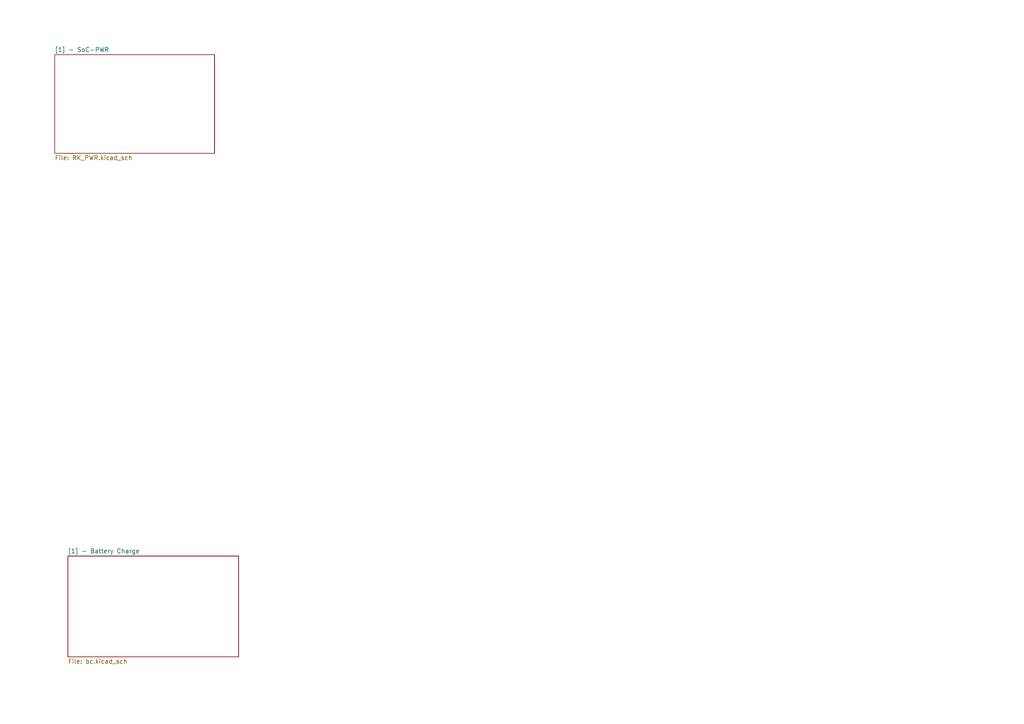
<source format=kicad_sch>
(kicad_sch (version 20230121) (generator eeschema)
  (paper "A4")
  (lib_symbols)
  (sheet (at 19.685 161.29) (size 49.53 29.21) (stroke (width 0.1524))
    (property "Sheetname" "[1] - Battery Charge" (at 19.685 160.5784 0) (effects (justify left bottom)))
    (property "Sheetfile" "bc.kicad_sch" (at 19.685 191.0846 0) (effects (justify left top)))
  )
  (sheet (at 15.875 15.875) (size 46.355 28.575) (stroke (width 0.1524))
    (property "Sheetname" "[1] - SoC-PWR" (at 15.875 15.1634 0) (effects (justify left bottom)))
    (property "Sheetfile" "RK_PWR.kicad_sch" (at 15.875 45.0346 0) (effects (justify left top)))
  )
)
</source>
